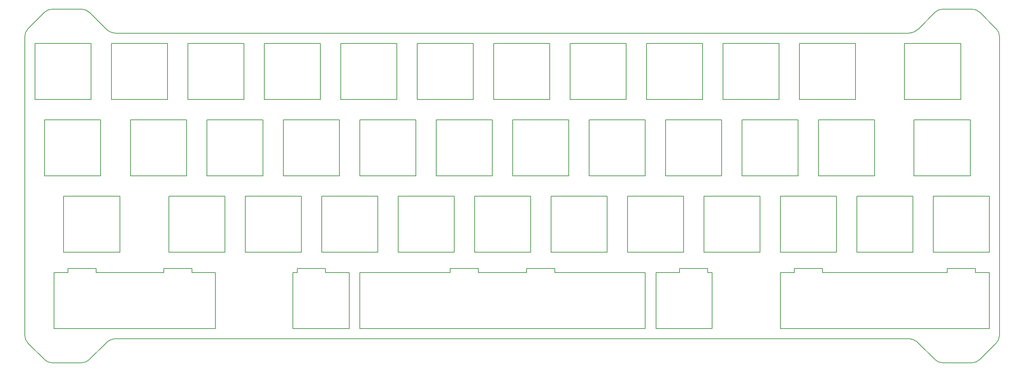
<source format=gbr>
%TF.GenerationSoftware,KiCad,Pcbnew,(6.0.10)*%
%TF.CreationDate,2023-02-26T13:23:57-06:00*%
%TF.ProjectId,Asymptote_Coriander_Plate,4173796d-7074-46f7-9465-5f436f726961,rev?*%
%TF.SameCoordinates,Original*%
%TF.FileFunction,Profile,NP*%
%FSLAX46Y46*%
G04 Gerber Fmt 4.6, Leading zero omitted, Abs format (unit mm)*
G04 Created by KiCad (PCBNEW (6.0.10)) date 2023-02-26 13:23:57*
%MOMM*%
%LPD*%
G01*
G04 APERTURE LIST*
%TA.AperFunction,Profile*%
%ADD10C,0.200000*%
%TD*%
G04 APERTURE END LIST*
D10*
X205293750Y-78225000D02*
X205293750Y-92225000D01*
X205293750Y-92225000D02*
X219293750Y-92225000D01*
X219293750Y-92225000D02*
X219293750Y-78225000D01*
X81468750Y-97275000D02*
X81468750Y-111275000D01*
X81468750Y-111275000D02*
X95468750Y-111275000D01*
X95468750Y-111275000D02*
X95468750Y-97275000D01*
X253367367Y-51433489D02*
X249195211Y-55605645D01*
X255258878Y-50650000D02*
G75*
G03*
X253367367Y-51433489I0J-2675001D01*
G01*
X262628622Y-50650000D02*
X255258878Y-50650000D01*
X264520133Y-51433489D02*
G75*
G03*
X262628622Y-50650000I-1891511J-1891512D01*
G01*
X268660261Y-55573617D02*
X264520133Y-51433489D01*
X269443750Y-57465128D02*
G75*
G03*
X268660261Y-55573617I-2675001J0D01*
G01*
X269443750Y-132034872D02*
X269443750Y-57465128D01*
X268660275Y-133926397D02*
G75*
G03*
X269443750Y-132034872I-1891525J1891497D01*
G01*
X264520133Y-138066511D02*
X268660261Y-133926383D01*
X262628622Y-138849981D02*
G75*
G03*
X264520133Y-138066511I28J2674981D01*
G01*
X255258878Y-138850000D02*
X262628622Y-138850000D01*
X253367353Y-138066525D02*
G75*
G03*
X255258878Y-138850000I1891497J1891525D01*
G01*
X249227239Y-133926383D02*
X253367367Y-138066511D01*
X249227253Y-133926369D02*
G75*
G03*
X246628622Y-132850000I-2598603J-2598631D01*
G01*
X49371378Y-132850000D02*
X246628622Y-132850000D01*
X49371378Y-132850020D02*
G75*
G03*
X46772761Y-133926383I-28J-3674980D01*
G01*
X42632633Y-138066511D02*
X46772761Y-133926383D01*
X40741122Y-138849981D02*
G75*
G03*
X42632633Y-138066511I28J2674981D01*
G01*
X33371378Y-138850000D02*
X40741122Y-138850000D01*
X31479853Y-138066525D02*
G75*
G03*
X33371378Y-138850000I1891497J1891525D01*
G01*
X27339739Y-133926383D02*
X31479867Y-138066511D01*
X26556269Y-132034872D02*
G75*
G03*
X27339739Y-133926383I2674981J-28D01*
G01*
X26556250Y-57465128D02*
X26556250Y-132034872D01*
X27339739Y-55573617D02*
G75*
G03*
X26556250Y-57465128I1891512J-1891511D01*
G01*
X31479867Y-51433489D02*
X27339739Y-55573617D01*
X33371378Y-50650000D02*
G75*
G03*
X31479867Y-51433489I0J-2675001D01*
G01*
X40741122Y-50650000D02*
X33371378Y-50650000D01*
X42632633Y-51433489D02*
G75*
G03*
X40741122Y-50650000I-1891511J-1891512D01*
G01*
X46772761Y-55573617D02*
X42632633Y-51433489D01*
X46772761Y-55573617D02*
G75*
G03*
X49371378Y-56650000I2598617J2598614D01*
G01*
X246628622Y-56650000D02*
X49371378Y-56650000D01*
X246628622Y-56650000D02*
G75*
G03*
X249195126Y-55605339I0J3675002D01*
G01*
X249195211Y-55605645D02*
X249195126Y-55605339D01*
X189743750Y-115325000D02*
X196743750Y-115325000D01*
X189743750Y-116325000D02*
X189743750Y-115325000D01*
X183862500Y-116325000D02*
X189743750Y-116325000D01*
X183862500Y-130325000D02*
X183862500Y-116325000D01*
X197862500Y-130325000D02*
X183862500Y-130325000D01*
X197862500Y-116325000D02*
X197862500Y-130325000D01*
X196743750Y-116325000D02*
X197862500Y-116325000D01*
X196743750Y-115325000D02*
X196743750Y-116325000D01*
X81468750Y-97275000D02*
X95468750Y-97275000D01*
X52893750Y-92225000D02*
X52893750Y-78225000D01*
X66893750Y-92225000D02*
X52893750Y-92225000D01*
X66893750Y-78225000D02*
X66893750Y-92225000D01*
X52893750Y-78225000D02*
X66893750Y-78225000D01*
X81181250Y-73175000D02*
X67181250Y-73175000D01*
X81181250Y-59175000D02*
X81181250Y-73175000D01*
X67181250Y-59175000D02*
X81181250Y-59175000D01*
X67181250Y-73175000D02*
X67181250Y-59175000D01*
X105281250Y-59175000D02*
X119281250Y-59175000D01*
X105281250Y-73175000D02*
X105281250Y-59175000D01*
X119281250Y-73175000D02*
X105281250Y-73175000D01*
X119281250Y-59175000D02*
X119281250Y-73175000D01*
X129093750Y-92225000D02*
X129093750Y-78225000D01*
X143093750Y-92225000D02*
X129093750Y-92225000D01*
X143093750Y-78225000D02*
X143093750Y-92225000D01*
X129093750Y-78225000D02*
X143093750Y-78225000D01*
X157668750Y-111275000D02*
X157668750Y-97275000D01*
X171668750Y-111275000D02*
X157668750Y-111275000D01*
X171668750Y-97275000D02*
X171668750Y-111275000D01*
X157668750Y-97275000D02*
X171668750Y-97275000D01*
X181481250Y-73175000D02*
X181481250Y-59175000D01*
X195481250Y-73175000D02*
X181481250Y-73175000D01*
X195481250Y-59175000D02*
X195481250Y-73175000D01*
X181481250Y-59175000D02*
X195481250Y-59175000D01*
X200531250Y-73175000D02*
X200531250Y-59175000D01*
X214531250Y-73175000D02*
X200531250Y-73175000D01*
X214531250Y-59175000D02*
X214531250Y-73175000D01*
X200531250Y-59175000D02*
X214531250Y-59175000D01*
X247868750Y-111275000D02*
X233868750Y-111275000D01*
X247868750Y-97275000D02*
X247868750Y-111275000D01*
X233868750Y-97275000D02*
X247868750Y-97275000D01*
X233868750Y-111275000D02*
X233868750Y-97275000D01*
X259775000Y-73175000D02*
X245775000Y-73175000D01*
X259775000Y-59175000D02*
X259775000Y-73175000D01*
X245775000Y-59175000D02*
X259775000Y-59175000D01*
X245775000Y-73175000D02*
X245775000Y-59175000D01*
X214818750Y-116325000D02*
X218318750Y-116325000D01*
X214818750Y-130325000D02*
X214818750Y-116325000D01*
X266918750Y-130325000D02*
X214818750Y-130325000D01*
X266918750Y-116325000D02*
X266918750Y-130325000D01*
X263418750Y-116325000D02*
X266918750Y-116325000D01*
X263418750Y-115325000D02*
X263418750Y-116325000D01*
X256418750Y-115325000D02*
X263418750Y-115325000D01*
X256418750Y-116325000D02*
X256418750Y-115325000D01*
X225318750Y-116325000D02*
X256418750Y-116325000D01*
X225318749Y-115325000D02*
X225318750Y-116325000D01*
X218318750Y-115325000D02*
X225318749Y-115325000D01*
X218318750Y-116325000D02*
X218318750Y-115325000D01*
X219581250Y-73175000D02*
X219581250Y-59175000D01*
X233581250Y-73175000D02*
X219581250Y-73175000D01*
X233581250Y-59175000D02*
X233581250Y-73175000D01*
X219581250Y-59175000D02*
X233581250Y-59175000D01*
X186243750Y-78224999D02*
X200243749Y-78225000D01*
X186243750Y-92224999D02*
X186243750Y-78224999D01*
X200243750Y-92224999D02*
X186243750Y-92224999D01*
X200243749Y-78225000D02*
X200243750Y-92224999D01*
X162431250Y-73175000D02*
X162431250Y-59175000D01*
X176431250Y-73175000D02*
X162431250Y-73175000D01*
X176431250Y-59175000D02*
X176431250Y-73175000D01*
X162431250Y-59175000D02*
X176431250Y-59175000D01*
X138618750Y-97275000D02*
X152618750Y-97275000D01*
X138618750Y-111275000D02*
X138618750Y-97275000D01*
X152618750Y-111275000D02*
X138618750Y-111275000D01*
X152618750Y-97275000D02*
X152618750Y-111275000D01*
X110043750Y-92225000D02*
X110043750Y-78225000D01*
X124043750Y-92225000D02*
X110043750Y-92225000D01*
X124043750Y-78225000D02*
X124043750Y-92225000D01*
X110043750Y-78225000D02*
X124043750Y-78225000D01*
X86231250Y-59175000D02*
X100231250Y-59175000D01*
X86231250Y-73175000D02*
X86231250Y-59175000D01*
X100231250Y-73175000D02*
X86231250Y-73175000D01*
X100231250Y-59175000D02*
X100231250Y-73175000D01*
X31462500Y-92225000D02*
X31462500Y-78225000D01*
X45462500Y-92225000D02*
X31462500Y-92225000D01*
X45462500Y-78225000D02*
X45462500Y-92225000D01*
X31462500Y-78225000D02*
X45462500Y-78225000D01*
X85943750Y-92225000D02*
X71943749Y-92225000D01*
X85943750Y-78225000D02*
X85943750Y-92225000D01*
X71943749Y-78225000D02*
X85943750Y-78225000D01*
X71943749Y-92225000D02*
X71943749Y-78225000D01*
X151643750Y-115325000D02*
X158643750Y-115325000D01*
X151643750Y-116325000D02*
X151643750Y-115325000D01*
X139593750Y-116325000D02*
X151643750Y-116325000D01*
X139593751Y-115325000D02*
X139593750Y-116325000D01*
X132593750Y-115325000D02*
X139593751Y-115325000D01*
X132593750Y-116325000D02*
X132593750Y-115325000D01*
X110043750Y-116325000D02*
X132593750Y-116325000D01*
X110043750Y-130325000D02*
X110043750Y-116325000D01*
X181193750Y-130325000D02*
X110043750Y-130325000D01*
X181193750Y-116325000D02*
X181193750Y-130325000D01*
X158643750Y-116325000D02*
X181193750Y-116325000D01*
X158643750Y-115325000D02*
X158643750Y-116325000D01*
X37312001Y-115325000D02*
X44312000Y-115325000D01*
X37312000Y-116325000D02*
X37312001Y-115325000D01*
X33843750Y-116325000D02*
X37312000Y-116325000D01*
X33843750Y-130325000D02*
X33843750Y-116325000D01*
X74037500Y-130325000D02*
X33843750Y-130325000D01*
X74037500Y-116325000D02*
X74037500Y-130325000D01*
X68188000Y-116325000D02*
X74037500Y-116325000D01*
X68188001Y-115325000D02*
X68188000Y-116325000D01*
X61188000Y-115325000D02*
X68188001Y-115325000D01*
X61188000Y-116325000D02*
X61188000Y-115325000D01*
X44312000Y-116325000D02*
X61188000Y-116325000D01*
X44312000Y-115325000D02*
X44312000Y-116325000D01*
X50225000Y-97275000D02*
X50225000Y-111275000D01*
X36225000Y-97275000D02*
X50225000Y-97275000D01*
X36225000Y-111275000D02*
X36225000Y-97275000D01*
X50225000Y-111275000D02*
X36225000Y-111275000D01*
X48131250Y-73175000D02*
X48131250Y-59175000D01*
X62131250Y-73175000D02*
X48131250Y-73175000D01*
X62131250Y-59175000D02*
X62131250Y-73175000D01*
X48131250Y-59175000D02*
X62131250Y-59175000D01*
X100518751Y-111275000D02*
X100518751Y-97275000D01*
X114518751Y-111275000D02*
X100518751Y-111275000D01*
X114518750Y-97275001D02*
X114518751Y-111275000D01*
X100518751Y-97275000D02*
X114518750Y-97275001D01*
X124331250Y-73175000D02*
X124331250Y-59175000D01*
X138331250Y-73175000D02*
X124331250Y-73175000D01*
X138331250Y-59175000D02*
X138331250Y-73175000D01*
X124331250Y-59175000D02*
X138331250Y-59175000D01*
X162143750Y-92225000D02*
X148143750Y-92225000D01*
X162143750Y-78225000D02*
X162143750Y-92225000D01*
X148143750Y-78225000D02*
X162143750Y-78225000D01*
X148143750Y-92225000D02*
X148143750Y-78225000D01*
X190718750Y-97275000D02*
X190718750Y-111275000D01*
X176718749Y-97275000D02*
X190718750Y-97275000D01*
X176718749Y-111275000D02*
X176718749Y-97275000D01*
X190718750Y-111275000D02*
X176718749Y-111275000D01*
X205293750Y-78225000D02*
X219293750Y-78225000D01*
X214818750Y-111275000D02*
X214818750Y-97275000D01*
X228818750Y-111275000D02*
X214818750Y-111275000D01*
X228818750Y-97275000D02*
X228818750Y-111275000D01*
X214818750Y-97275000D02*
X228818750Y-97275000D01*
X248156250Y-78225000D02*
X262156250Y-78225000D01*
X248156250Y-92225000D02*
X248156250Y-78225000D01*
X262156250Y-92225000D02*
X248156250Y-92225000D01*
X262156250Y-78225000D02*
X262156250Y-92225000D01*
X252918750Y-97275000D02*
X266918750Y-97275000D01*
X252918750Y-111275000D02*
X252918750Y-97275000D01*
X266918750Y-111275000D02*
X252918750Y-111275000D01*
X266918750Y-97275000D02*
X266918750Y-111275000D01*
X224343750Y-92225000D02*
X224343750Y-78225000D01*
X238343750Y-92225000D02*
X224343750Y-92225000D01*
X238343750Y-78225000D02*
X238343750Y-92225000D01*
X224343750Y-78225000D02*
X238343750Y-78225000D01*
X209768750Y-97275001D02*
X209768750Y-111275001D01*
X195768750Y-97275001D02*
X209768750Y-97275001D01*
X195768750Y-111275001D02*
X195768750Y-97275001D01*
X209768750Y-111275001D02*
X195768750Y-111275001D01*
X167193750Y-78225000D02*
X181193750Y-78225000D01*
X167193750Y-92225000D02*
X167193750Y-78225000D01*
X181193750Y-92225000D02*
X167193750Y-92225000D01*
X181193750Y-78225000D02*
X181193750Y-92225000D01*
X143381250Y-73175000D02*
X143381250Y-59175000D01*
X157381250Y-73175000D02*
X143381250Y-73175000D01*
X157381250Y-59175000D02*
X157381250Y-73175000D01*
X143381250Y-59175000D02*
X157381250Y-59175000D01*
X119568750Y-111275000D02*
X119568750Y-97275000D01*
X133568750Y-111275000D02*
X119568750Y-111275000D01*
X133568750Y-97275000D02*
X133568750Y-111275000D01*
X119568750Y-97275000D02*
X133568750Y-97275000D01*
X90993750Y-92224999D02*
X90993750Y-78224999D01*
X104993750Y-92224999D02*
X90993750Y-92224999D01*
X104993750Y-78224999D02*
X104993750Y-92224999D01*
X90993750Y-78224999D02*
X104993750Y-78224999D01*
X43081250Y-59175000D02*
X43081250Y-73175000D01*
X29081250Y-59175000D02*
X43081250Y-59175000D01*
X29081250Y-73175000D02*
X29081250Y-59175000D01*
X43081250Y-73175000D02*
X29081250Y-73175000D01*
X62418750Y-97275000D02*
X76418750Y-97275000D01*
X62418750Y-111275000D02*
X62418750Y-97275000D01*
X76418750Y-111275000D02*
X62418750Y-111275000D01*
X76418750Y-97275000D02*
X76418750Y-111275000D01*
X107375000Y-130325000D02*
X93375000Y-130325000D01*
X107375000Y-116325000D02*
X107375000Y-130325000D01*
X101493750Y-116325000D02*
X107375000Y-116325000D01*
X101493750Y-115325000D02*
X101493750Y-116325000D01*
X94493750Y-115325000D02*
X101493750Y-115325000D01*
X94493750Y-116325000D02*
X94493750Y-115325000D01*
X93375000Y-116325000D02*
X94493750Y-116325000D01*
X93375000Y-130325000D02*
X93375000Y-116325000D01*
M02*

</source>
